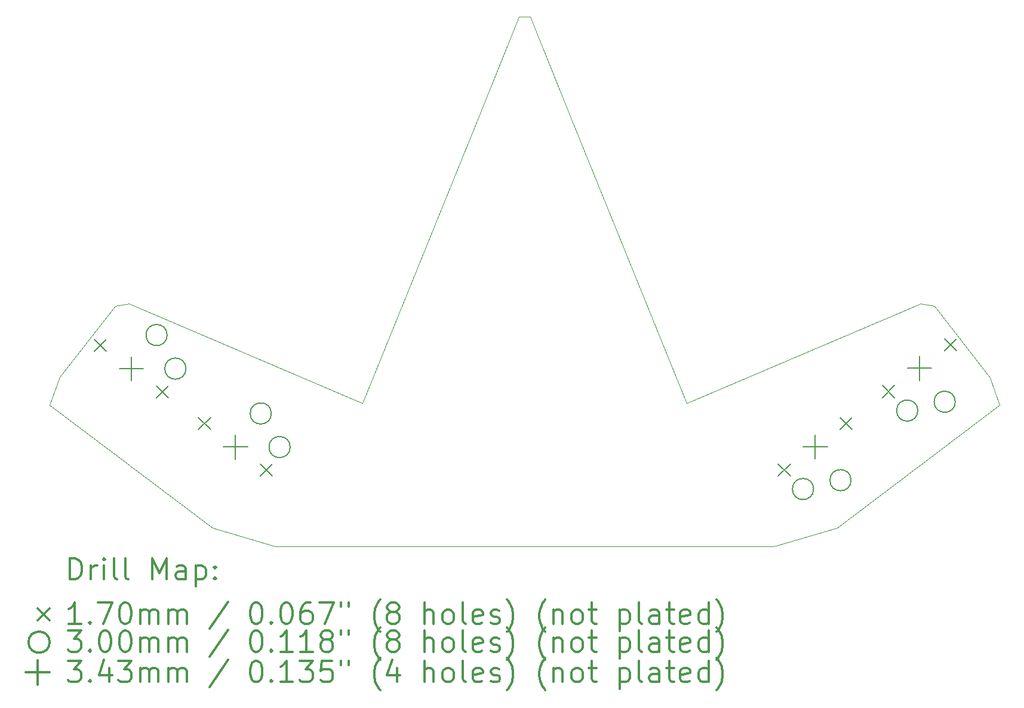
<source format=gbr>
%FSLAX45Y45*%
G04 Gerber Fmt 4.5, Leading zero omitted, Abs format (unit mm)*
G04 Created by KiCad (PCBNEW (5.1.4)-1) date 2023-12-29 13:05:53*
%MOMM*%
%LPD*%
G04 APERTURE LIST*
%ADD10C,0.050000*%
%ADD11C,0.200000*%
%ADD12C,0.300000*%
G04 APERTURE END LIST*
D10*
X19937407Y-1983763D02*
X22243295Y-243223D01*
X8772683Y-241819D02*
X11078571Y-1982360D01*
X19035877Y-2247825D02*
X19937407Y-1983763D01*
X16155876Y3862175D02*
X15585876Y5272175D01*
X11965876Y-2247825D02*
X19035877Y-2247825D01*
X13205876Y-217825D02*
X9895583Y1202721D01*
X17805877Y-217825D02*
X16155876Y3862175D01*
X13205876Y-217825D02*
X14855876Y3862175D01*
X11965876Y-2247825D02*
X11078571Y-1982360D01*
X17805877Y-217825D02*
X21120396Y1201318D01*
X14855876Y3862175D02*
X15425876Y5272175D01*
X15585876Y5272175D02*
X15425876Y5272175D01*
X22104504Y153687D02*
X21319224Y1163010D01*
X9895583Y1202721D02*
X9696755Y1164414D01*
X8911474Y155090D02*
X8772683Y-241819D01*
X22104504Y153687D02*
X22243295Y-243223D01*
X21120396Y1201318D02*
X21319224Y1163010D01*
X8911474Y155090D02*
X9696755Y1164414D01*
D11*
X9403911Y694322D02*
X9574091Y524142D01*
X9574091Y694322D02*
X9403911Y524142D01*
X20579639Y35586D02*
X20749819Y-134594D01*
X20749819Y35586D02*
X20579639Y-134594D01*
X21458138Y697582D02*
X21628318Y527402D01*
X21628318Y697582D02*
X21458138Y527402D01*
X10881387Y-419036D02*
X11051567Y-589216D01*
X11051567Y-419036D02*
X10881387Y-589216D01*
X11759886Y-1081032D02*
X11930066Y-1251212D01*
X11930066Y-1081032D02*
X11759886Y-1251212D01*
X19102164Y-1077772D02*
X19272344Y-1247952D01*
X19272344Y-1077772D02*
X19102164Y-1247952D01*
X19980663Y-415776D02*
X20150843Y-585956D01*
X20150843Y-415776D02*
X19980663Y-585956D01*
X10282410Y32325D02*
X10452590Y-137855D01*
X10452590Y32325D02*
X10282410Y-137855D01*
X11913806Y-359936D02*
G75*
G03X11913806Y-359936I-150000J0D01*
G01*
X12180725Y-836543D02*
G75*
G03X12180725Y-836543I-150000J0D01*
G01*
X19602866Y-1432260D02*
G75*
G03X19602866Y-1432260I-150000J0D01*
G01*
X20134583Y-1307052D02*
G75*
G03X20134583Y-1307052I-150000J0D01*
G01*
X10436331Y753422D02*
G75*
G03X10436331Y753422I-150000J0D01*
G01*
X10703249Y276815D02*
G75*
G03X10703249Y276815I-150000J0D01*
G01*
X21080342Y-318902D02*
G75*
G03X21080342Y-318902I-150000J0D01*
G01*
X21612059Y-193694D02*
G75*
G03X21612059Y-193694I-150000J0D01*
G01*
X9928251Y449684D02*
X9928251Y106784D01*
X9756801Y278234D02*
X10099701Y278234D01*
X21103979Y452944D02*
X21103979Y110044D01*
X20932529Y281494D02*
X21275429Y281494D01*
X11405726Y-663674D02*
X11405726Y-1006574D01*
X11234276Y-835124D02*
X11577176Y-835124D01*
X19626503Y-660414D02*
X19626503Y-1003314D01*
X19455053Y-831864D02*
X19797953Y-831864D01*
D12*
X9056612Y-2716039D02*
X9056612Y-2416039D01*
X9128040Y-2416039D01*
X9170897Y-2430325D01*
X9199469Y-2458896D01*
X9213754Y-2487468D01*
X9228040Y-2544611D01*
X9228040Y-2587468D01*
X9213754Y-2644611D01*
X9199469Y-2673182D01*
X9170897Y-2701754D01*
X9128040Y-2716039D01*
X9056612Y-2716039D01*
X9356612Y-2716039D02*
X9356612Y-2516039D01*
X9356612Y-2573182D02*
X9370897Y-2544611D01*
X9385183Y-2530325D01*
X9413754Y-2516039D01*
X9442326Y-2516039D01*
X9542326Y-2716039D02*
X9542326Y-2516039D01*
X9542326Y-2416039D02*
X9528040Y-2430325D01*
X9542326Y-2444611D01*
X9556612Y-2430325D01*
X9542326Y-2416039D01*
X9542326Y-2444611D01*
X9728040Y-2716039D02*
X9699469Y-2701754D01*
X9685183Y-2673182D01*
X9685183Y-2416039D01*
X9885183Y-2716039D02*
X9856612Y-2701754D01*
X9842326Y-2673182D01*
X9842326Y-2416039D01*
X10228040Y-2716039D02*
X10228040Y-2416039D01*
X10328040Y-2630325D01*
X10428040Y-2416039D01*
X10428040Y-2716039D01*
X10699469Y-2716039D02*
X10699469Y-2558896D01*
X10685183Y-2530325D01*
X10656612Y-2516039D01*
X10599469Y-2516039D01*
X10570897Y-2530325D01*
X10699469Y-2701754D02*
X10670897Y-2716039D01*
X10599469Y-2716039D01*
X10570897Y-2701754D01*
X10556612Y-2673182D01*
X10556612Y-2644611D01*
X10570897Y-2616039D01*
X10599469Y-2601754D01*
X10670897Y-2601754D01*
X10699469Y-2587468D01*
X10842326Y-2516039D02*
X10842326Y-2816039D01*
X10842326Y-2530325D02*
X10870897Y-2516039D01*
X10928040Y-2516039D01*
X10956612Y-2530325D01*
X10970897Y-2544611D01*
X10985183Y-2573182D01*
X10985183Y-2658896D01*
X10970897Y-2687468D01*
X10956612Y-2701754D01*
X10928040Y-2716039D01*
X10870897Y-2716039D01*
X10842326Y-2701754D01*
X11113754Y-2687468D02*
X11128040Y-2701754D01*
X11113754Y-2716039D01*
X11099469Y-2701754D01*
X11113754Y-2687468D01*
X11113754Y-2716039D01*
X11113754Y-2530325D02*
X11128040Y-2544611D01*
X11113754Y-2558896D01*
X11099469Y-2544611D01*
X11113754Y-2530325D01*
X11113754Y-2558896D01*
X8600003Y-3125235D02*
X8770183Y-3295415D01*
X8770183Y-3125235D02*
X8600003Y-3295415D01*
X9213754Y-3346039D02*
X9042326Y-3346039D01*
X9128040Y-3346039D02*
X9128040Y-3046039D01*
X9099469Y-3088896D01*
X9070897Y-3117468D01*
X9042326Y-3131753D01*
X9342326Y-3317468D02*
X9356612Y-3331753D01*
X9342326Y-3346039D01*
X9328040Y-3331753D01*
X9342326Y-3317468D01*
X9342326Y-3346039D01*
X9456612Y-3046039D02*
X9656612Y-3046039D01*
X9528040Y-3346039D01*
X9828040Y-3046039D02*
X9856612Y-3046039D01*
X9885183Y-3060325D01*
X9899469Y-3074611D01*
X9913754Y-3103182D01*
X9928040Y-3160325D01*
X9928040Y-3231753D01*
X9913754Y-3288896D01*
X9899469Y-3317468D01*
X9885183Y-3331753D01*
X9856612Y-3346039D01*
X9828040Y-3346039D01*
X9799469Y-3331753D01*
X9785183Y-3317468D01*
X9770897Y-3288896D01*
X9756612Y-3231753D01*
X9756612Y-3160325D01*
X9770897Y-3103182D01*
X9785183Y-3074611D01*
X9799469Y-3060325D01*
X9828040Y-3046039D01*
X10056612Y-3346039D02*
X10056612Y-3146039D01*
X10056612Y-3174611D02*
X10070897Y-3160325D01*
X10099469Y-3146039D01*
X10142326Y-3146039D01*
X10170897Y-3160325D01*
X10185183Y-3188896D01*
X10185183Y-3346039D01*
X10185183Y-3188896D02*
X10199469Y-3160325D01*
X10228040Y-3146039D01*
X10270897Y-3146039D01*
X10299469Y-3160325D01*
X10313754Y-3188896D01*
X10313754Y-3346039D01*
X10456612Y-3346039D02*
X10456612Y-3146039D01*
X10456612Y-3174611D02*
X10470897Y-3160325D01*
X10499469Y-3146039D01*
X10542326Y-3146039D01*
X10570897Y-3160325D01*
X10585183Y-3188896D01*
X10585183Y-3346039D01*
X10585183Y-3188896D02*
X10599469Y-3160325D01*
X10628040Y-3146039D01*
X10670897Y-3146039D01*
X10699469Y-3160325D01*
X10713754Y-3188896D01*
X10713754Y-3346039D01*
X11299469Y-3031753D02*
X11042326Y-3417468D01*
X11685183Y-3046039D02*
X11713754Y-3046039D01*
X11742326Y-3060325D01*
X11756611Y-3074611D01*
X11770897Y-3103182D01*
X11785183Y-3160325D01*
X11785183Y-3231753D01*
X11770897Y-3288896D01*
X11756611Y-3317468D01*
X11742326Y-3331753D01*
X11713754Y-3346039D01*
X11685183Y-3346039D01*
X11656611Y-3331753D01*
X11642326Y-3317468D01*
X11628040Y-3288896D01*
X11613754Y-3231753D01*
X11613754Y-3160325D01*
X11628040Y-3103182D01*
X11642326Y-3074611D01*
X11656611Y-3060325D01*
X11685183Y-3046039D01*
X11913754Y-3317468D02*
X11928040Y-3331753D01*
X11913754Y-3346039D01*
X11899469Y-3331753D01*
X11913754Y-3317468D01*
X11913754Y-3346039D01*
X12113754Y-3046039D02*
X12142326Y-3046039D01*
X12170897Y-3060325D01*
X12185183Y-3074611D01*
X12199469Y-3103182D01*
X12213754Y-3160325D01*
X12213754Y-3231753D01*
X12199469Y-3288896D01*
X12185183Y-3317468D01*
X12170897Y-3331753D01*
X12142326Y-3346039D01*
X12113754Y-3346039D01*
X12085183Y-3331753D01*
X12070897Y-3317468D01*
X12056611Y-3288896D01*
X12042326Y-3231753D01*
X12042326Y-3160325D01*
X12056611Y-3103182D01*
X12070897Y-3074611D01*
X12085183Y-3060325D01*
X12113754Y-3046039D01*
X12470897Y-3046039D02*
X12413754Y-3046039D01*
X12385183Y-3060325D01*
X12370897Y-3074611D01*
X12342326Y-3117468D01*
X12328040Y-3174611D01*
X12328040Y-3288896D01*
X12342326Y-3317468D01*
X12356611Y-3331753D01*
X12385183Y-3346039D01*
X12442326Y-3346039D01*
X12470897Y-3331753D01*
X12485183Y-3317468D01*
X12499469Y-3288896D01*
X12499469Y-3217468D01*
X12485183Y-3188896D01*
X12470897Y-3174611D01*
X12442326Y-3160325D01*
X12385183Y-3160325D01*
X12356611Y-3174611D01*
X12342326Y-3188896D01*
X12328040Y-3217468D01*
X12599469Y-3046039D02*
X12799469Y-3046039D01*
X12670897Y-3346039D01*
X12899469Y-3046039D02*
X12899469Y-3103182D01*
X13013754Y-3046039D02*
X13013754Y-3103182D01*
X13456611Y-3460325D02*
X13442326Y-3446039D01*
X13413754Y-3403182D01*
X13399469Y-3374611D01*
X13385183Y-3331753D01*
X13370897Y-3260325D01*
X13370897Y-3203182D01*
X13385183Y-3131753D01*
X13399469Y-3088896D01*
X13413754Y-3060325D01*
X13442326Y-3017468D01*
X13456611Y-3003182D01*
X13613754Y-3174611D02*
X13585183Y-3160325D01*
X13570897Y-3146039D01*
X13556611Y-3117468D01*
X13556611Y-3103182D01*
X13570897Y-3074611D01*
X13585183Y-3060325D01*
X13613754Y-3046039D01*
X13670897Y-3046039D01*
X13699469Y-3060325D01*
X13713754Y-3074611D01*
X13728040Y-3103182D01*
X13728040Y-3117468D01*
X13713754Y-3146039D01*
X13699469Y-3160325D01*
X13670897Y-3174611D01*
X13613754Y-3174611D01*
X13585183Y-3188896D01*
X13570897Y-3203182D01*
X13556611Y-3231753D01*
X13556611Y-3288896D01*
X13570897Y-3317468D01*
X13585183Y-3331753D01*
X13613754Y-3346039D01*
X13670897Y-3346039D01*
X13699469Y-3331753D01*
X13713754Y-3317468D01*
X13728040Y-3288896D01*
X13728040Y-3231753D01*
X13713754Y-3203182D01*
X13699469Y-3188896D01*
X13670897Y-3174611D01*
X14085183Y-3346039D02*
X14085183Y-3046039D01*
X14213754Y-3346039D02*
X14213754Y-3188896D01*
X14199469Y-3160325D01*
X14170897Y-3146039D01*
X14128040Y-3146039D01*
X14099469Y-3160325D01*
X14085183Y-3174611D01*
X14399469Y-3346039D02*
X14370897Y-3331753D01*
X14356611Y-3317468D01*
X14342326Y-3288896D01*
X14342326Y-3203182D01*
X14356611Y-3174611D01*
X14370897Y-3160325D01*
X14399469Y-3146039D01*
X14442326Y-3146039D01*
X14470897Y-3160325D01*
X14485183Y-3174611D01*
X14499469Y-3203182D01*
X14499469Y-3288896D01*
X14485183Y-3317468D01*
X14470897Y-3331753D01*
X14442326Y-3346039D01*
X14399469Y-3346039D01*
X14670897Y-3346039D02*
X14642326Y-3331753D01*
X14628040Y-3303182D01*
X14628040Y-3046039D01*
X14899469Y-3331753D02*
X14870897Y-3346039D01*
X14813754Y-3346039D01*
X14785183Y-3331753D01*
X14770897Y-3303182D01*
X14770897Y-3188896D01*
X14785183Y-3160325D01*
X14813754Y-3146039D01*
X14870897Y-3146039D01*
X14899469Y-3160325D01*
X14913754Y-3188896D01*
X14913754Y-3217468D01*
X14770897Y-3246039D01*
X15028040Y-3331753D02*
X15056611Y-3346039D01*
X15113754Y-3346039D01*
X15142326Y-3331753D01*
X15156611Y-3303182D01*
X15156611Y-3288896D01*
X15142326Y-3260325D01*
X15113754Y-3246039D01*
X15070897Y-3246039D01*
X15042326Y-3231753D01*
X15028040Y-3203182D01*
X15028040Y-3188896D01*
X15042326Y-3160325D01*
X15070897Y-3146039D01*
X15113754Y-3146039D01*
X15142326Y-3160325D01*
X15256611Y-3460325D02*
X15270897Y-3446039D01*
X15299469Y-3403182D01*
X15313754Y-3374611D01*
X15328040Y-3331753D01*
X15342326Y-3260325D01*
X15342326Y-3203182D01*
X15328040Y-3131753D01*
X15313754Y-3088896D01*
X15299469Y-3060325D01*
X15270897Y-3017468D01*
X15256611Y-3003182D01*
X15799469Y-3460325D02*
X15785183Y-3446039D01*
X15756611Y-3403182D01*
X15742326Y-3374611D01*
X15728040Y-3331753D01*
X15713754Y-3260325D01*
X15713754Y-3203182D01*
X15728040Y-3131753D01*
X15742326Y-3088896D01*
X15756611Y-3060325D01*
X15785183Y-3017468D01*
X15799469Y-3003182D01*
X15913754Y-3146039D02*
X15913754Y-3346039D01*
X15913754Y-3174611D02*
X15928040Y-3160325D01*
X15956611Y-3146039D01*
X15999469Y-3146039D01*
X16028040Y-3160325D01*
X16042326Y-3188896D01*
X16042326Y-3346039D01*
X16228040Y-3346039D02*
X16199469Y-3331753D01*
X16185183Y-3317468D01*
X16170897Y-3288896D01*
X16170897Y-3203182D01*
X16185183Y-3174611D01*
X16199469Y-3160325D01*
X16228040Y-3146039D01*
X16270897Y-3146039D01*
X16299469Y-3160325D01*
X16313754Y-3174611D01*
X16328040Y-3203182D01*
X16328040Y-3288896D01*
X16313754Y-3317468D01*
X16299469Y-3331753D01*
X16270897Y-3346039D01*
X16228040Y-3346039D01*
X16413754Y-3146039D02*
X16528040Y-3146039D01*
X16456611Y-3046039D02*
X16456611Y-3303182D01*
X16470897Y-3331753D01*
X16499469Y-3346039D01*
X16528040Y-3346039D01*
X16856612Y-3146039D02*
X16856612Y-3446039D01*
X16856612Y-3160325D02*
X16885183Y-3146039D01*
X16942326Y-3146039D01*
X16970897Y-3160325D01*
X16985183Y-3174611D01*
X16999469Y-3203182D01*
X16999469Y-3288896D01*
X16985183Y-3317468D01*
X16970897Y-3331753D01*
X16942326Y-3346039D01*
X16885183Y-3346039D01*
X16856612Y-3331753D01*
X17170897Y-3346039D02*
X17142326Y-3331753D01*
X17128040Y-3303182D01*
X17128040Y-3046039D01*
X17413754Y-3346039D02*
X17413754Y-3188896D01*
X17399469Y-3160325D01*
X17370897Y-3146039D01*
X17313754Y-3146039D01*
X17285183Y-3160325D01*
X17413754Y-3331753D02*
X17385183Y-3346039D01*
X17313754Y-3346039D01*
X17285183Y-3331753D01*
X17270897Y-3303182D01*
X17270897Y-3274611D01*
X17285183Y-3246039D01*
X17313754Y-3231753D01*
X17385183Y-3231753D01*
X17413754Y-3217468D01*
X17513754Y-3146039D02*
X17628040Y-3146039D01*
X17556612Y-3046039D02*
X17556612Y-3303182D01*
X17570897Y-3331753D01*
X17599469Y-3346039D01*
X17628040Y-3346039D01*
X17842326Y-3331753D02*
X17813754Y-3346039D01*
X17756612Y-3346039D01*
X17728040Y-3331753D01*
X17713754Y-3303182D01*
X17713754Y-3188896D01*
X17728040Y-3160325D01*
X17756612Y-3146039D01*
X17813754Y-3146039D01*
X17842326Y-3160325D01*
X17856612Y-3188896D01*
X17856612Y-3217468D01*
X17713754Y-3246039D01*
X18113754Y-3346039D02*
X18113754Y-3046039D01*
X18113754Y-3331753D02*
X18085183Y-3346039D01*
X18028040Y-3346039D01*
X17999469Y-3331753D01*
X17985183Y-3317468D01*
X17970897Y-3288896D01*
X17970897Y-3203182D01*
X17985183Y-3174611D01*
X17999469Y-3160325D01*
X18028040Y-3146039D01*
X18085183Y-3146039D01*
X18113754Y-3160325D01*
X18228040Y-3460325D02*
X18242326Y-3446039D01*
X18270897Y-3403182D01*
X18285183Y-3374611D01*
X18299469Y-3331753D01*
X18313754Y-3260325D01*
X18313754Y-3203182D01*
X18299469Y-3131753D01*
X18285183Y-3088896D01*
X18270897Y-3060325D01*
X18242326Y-3017468D01*
X18228040Y-3003182D01*
X8770183Y-3606325D02*
G75*
G03X8770183Y-3606325I-150000J0D01*
G01*
X9028040Y-3442039D02*
X9213754Y-3442039D01*
X9113754Y-3556325D01*
X9156612Y-3556325D01*
X9185183Y-3570611D01*
X9199469Y-3584896D01*
X9213754Y-3613468D01*
X9213754Y-3684896D01*
X9199469Y-3713468D01*
X9185183Y-3727753D01*
X9156612Y-3742039D01*
X9070897Y-3742039D01*
X9042326Y-3727753D01*
X9028040Y-3713468D01*
X9342326Y-3713468D02*
X9356612Y-3727753D01*
X9342326Y-3742039D01*
X9328040Y-3727753D01*
X9342326Y-3713468D01*
X9342326Y-3742039D01*
X9542326Y-3442039D02*
X9570897Y-3442039D01*
X9599469Y-3456325D01*
X9613754Y-3470611D01*
X9628040Y-3499182D01*
X9642326Y-3556325D01*
X9642326Y-3627753D01*
X9628040Y-3684896D01*
X9613754Y-3713468D01*
X9599469Y-3727753D01*
X9570897Y-3742039D01*
X9542326Y-3742039D01*
X9513754Y-3727753D01*
X9499469Y-3713468D01*
X9485183Y-3684896D01*
X9470897Y-3627753D01*
X9470897Y-3556325D01*
X9485183Y-3499182D01*
X9499469Y-3470611D01*
X9513754Y-3456325D01*
X9542326Y-3442039D01*
X9828040Y-3442039D02*
X9856612Y-3442039D01*
X9885183Y-3456325D01*
X9899469Y-3470611D01*
X9913754Y-3499182D01*
X9928040Y-3556325D01*
X9928040Y-3627753D01*
X9913754Y-3684896D01*
X9899469Y-3713468D01*
X9885183Y-3727753D01*
X9856612Y-3742039D01*
X9828040Y-3742039D01*
X9799469Y-3727753D01*
X9785183Y-3713468D01*
X9770897Y-3684896D01*
X9756612Y-3627753D01*
X9756612Y-3556325D01*
X9770897Y-3499182D01*
X9785183Y-3470611D01*
X9799469Y-3456325D01*
X9828040Y-3442039D01*
X10056612Y-3742039D02*
X10056612Y-3542039D01*
X10056612Y-3570611D02*
X10070897Y-3556325D01*
X10099469Y-3542039D01*
X10142326Y-3542039D01*
X10170897Y-3556325D01*
X10185183Y-3584896D01*
X10185183Y-3742039D01*
X10185183Y-3584896D02*
X10199469Y-3556325D01*
X10228040Y-3542039D01*
X10270897Y-3542039D01*
X10299469Y-3556325D01*
X10313754Y-3584896D01*
X10313754Y-3742039D01*
X10456612Y-3742039D02*
X10456612Y-3542039D01*
X10456612Y-3570611D02*
X10470897Y-3556325D01*
X10499469Y-3542039D01*
X10542326Y-3542039D01*
X10570897Y-3556325D01*
X10585183Y-3584896D01*
X10585183Y-3742039D01*
X10585183Y-3584896D02*
X10599469Y-3556325D01*
X10628040Y-3542039D01*
X10670897Y-3542039D01*
X10699469Y-3556325D01*
X10713754Y-3584896D01*
X10713754Y-3742039D01*
X11299469Y-3427753D02*
X11042326Y-3813468D01*
X11685183Y-3442039D02*
X11713754Y-3442039D01*
X11742326Y-3456325D01*
X11756611Y-3470611D01*
X11770897Y-3499182D01*
X11785183Y-3556325D01*
X11785183Y-3627753D01*
X11770897Y-3684896D01*
X11756611Y-3713468D01*
X11742326Y-3727753D01*
X11713754Y-3742039D01*
X11685183Y-3742039D01*
X11656611Y-3727753D01*
X11642326Y-3713468D01*
X11628040Y-3684896D01*
X11613754Y-3627753D01*
X11613754Y-3556325D01*
X11628040Y-3499182D01*
X11642326Y-3470611D01*
X11656611Y-3456325D01*
X11685183Y-3442039D01*
X11913754Y-3713468D02*
X11928040Y-3727753D01*
X11913754Y-3742039D01*
X11899469Y-3727753D01*
X11913754Y-3713468D01*
X11913754Y-3742039D01*
X12213754Y-3742039D02*
X12042326Y-3742039D01*
X12128040Y-3742039D02*
X12128040Y-3442039D01*
X12099469Y-3484896D01*
X12070897Y-3513468D01*
X12042326Y-3527753D01*
X12499469Y-3742039D02*
X12328040Y-3742039D01*
X12413754Y-3742039D02*
X12413754Y-3442039D01*
X12385183Y-3484896D01*
X12356611Y-3513468D01*
X12328040Y-3527753D01*
X12670897Y-3570611D02*
X12642326Y-3556325D01*
X12628040Y-3542039D01*
X12613754Y-3513468D01*
X12613754Y-3499182D01*
X12628040Y-3470611D01*
X12642326Y-3456325D01*
X12670897Y-3442039D01*
X12728040Y-3442039D01*
X12756611Y-3456325D01*
X12770897Y-3470611D01*
X12785183Y-3499182D01*
X12785183Y-3513468D01*
X12770897Y-3542039D01*
X12756611Y-3556325D01*
X12728040Y-3570611D01*
X12670897Y-3570611D01*
X12642326Y-3584896D01*
X12628040Y-3599182D01*
X12613754Y-3627753D01*
X12613754Y-3684896D01*
X12628040Y-3713468D01*
X12642326Y-3727753D01*
X12670897Y-3742039D01*
X12728040Y-3742039D01*
X12756611Y-3727753D01*
X12770897Y-3713468D01*
X12785183Y-3684896D01*
X12785183Y-3627753D01*
X12770897Y-3599182D01*
X12756611Y-3584896D01*
X12728040Y-3570611D01*
X12899469Y-3442039D02*
X12899469Y-3499182D01*
X13013754Y-3442039D02*
X13013754Y-3499182D01*
X13456611Y-3856325D02*
X13442326Y-3842039D01*
X13413754Y-3799182D01*
X13399469Y-3770611D01*
X13385183Y-3727753D01*
X13370897Y-3656325D01*
X13370897Y-3599182D01*
X13385183Y-3527753D01*
X13399469Y-3484896D01*
X13413754Y-3456325D01*
X13442326Y-3413468D01*
X13456611Y-3399182D01*
X13613754Y-3570611D02*
X13585183Y-3556325D01*
X13570897Y-3542039D01*
X13556611Y-3513468D01*
X13556611Y-3499182D01*
X13570897Y-3470611D01*
X13585183Y-3456325D01*
X13613754Y-3442039D01*
X13670897Y-3442039D01*
X13699469Y-3456325D01*
X13713754Y-3470611D01*
X13728040Y-3499182D01*
X13728040Y-3513468D01*
X13713754Y-3542039D01*
X13699469Y-3556325D01*
X13670897Y-3570611D01*
X13613754Y-3570611D01*
X13585183Y-3584896D01*
X13570897Y-3599182D01*
X13556611Y-3627753D01*
X13556611Y-3684896D01*
X13570897Y-3713468D01*
X13585183Y-3727753D01*
X13613754Y-3742039D01*
X13670897Y-3742039D01*
X13699469Y-3727753D01*
X13713754Y-3713468D01*
X13728040Y-3684896D01*
X13728040Y-3627753D01*
X13713754Y-3599182D01*
X13699469Y-3584896D01*
X13670897Y-3570611D01*
X14085183Y-3742039D02*
X14085183Y-3442039D01*
X14213754Y-3742039D02*
X14213754Y-3584896D01*
X14199469Y-3556325D01*
X14170897Y-3542039D01*
X14128040Y-3542039D01*
X14099469Y-3556325D01*
X14085183Y-3570611D01*
X14399469Y-3742039D02*
X14370897Y-3727753D01*
X14356611Y-3713468D01*
X14342326Y-3684896D01*
X14342326Y-3599182D01*
X14356611Y-3570611D01*
X14370897Y-3556325D01*
X14399469Y-3542039D01*
X14442326Y-3542039D01*
X14470897Y-3556325D01*
X14485183Y-3570611D01*
X14499469Y-3599182D01*
X14499469Y-3684896D01*
X14485183Y-3713468D01*
X14470897Y-3727753D01*
X14442326Y-3742039D01*
X14399469Y-3742039D01*
X14670897Y-3742039D02*
X14642326Y-3727753D01*
X14628040Y-3699182D01*
X14628040Y-3442039D01*
X14899469Y-3727753D02*
X14870897Y-3742039D01*
X14813754Y-3742039D01*
X14785183Y-3727753D01*
X14770897Y-3699182D01*
X14770897Y-3584896D01*
X14785183Y-3556325D01*
X14813754Y-3542039D01*
X14870897Y-3542039D01*
X14899469Y-3556325D01*
X14913754Y-3584896D01*
X14913754Y-3613468D01*
X14770897Y-3642039D01*
X15028040Y-3727753D02*
X15056611Y-3742039D01*
X15113754Y-3742039D01*
X15142326Y-3727753D01*
X15156611Y-3699182D01*
X15156611Y-3684896D01*
X15142326Y-3656325D01*
X15113754Y-3642039D01*
X15070897Y-3642039D01*
X15042326Y-3627753D01*
X15028040Y-3599182D01*
X15028040Y-3584896D01*
X15042326Y-3556325D01*
X15070897Y-3542039D01*
X15113754Y-3542039D01*
X15142326Y-3556325D01*
X15256611Y-3856325D02*
X15270897Y-3842039D01*
X15299469Y-3799182D01*
X15313754Y-3770611D01*
X15328040Y-3727753D01*
X15342326Y-3656325D01*
X15342326Y-3599182D01*
X15328040Y-3527753D01*
X15313754Y-3484896D01*
X15299469Y-3456325D01*
X15270897Y-3413468D01*
X15256611Y-3399182D01*
X15799469Y-3856325D02*
X15785183Y-3842039D01*
X15756611Y-3799182D01*
X15742326Y-3770611D01*
X15728040Y-3727753D01*
X15713754Y-3656325D01*
X15713754Y-3599182D01*
X15728040Y-3527753D01*
X15742326Y-3484896D01*
X15756611Y-3456325D01*
X15785183Y-3413468D01*
X15799469Y-3399182D01*
X15913754Y-3542039D02*
X15913754Y-3742039D01*
X15913754Y-3570611D02*
X15928040Y-3556325D01*
X15956611Y-3542039D01*
X15999469Y-3542039D01*
X16028040Y-3556325D01*
X16042326Y-3584896D01*
X16042326Y-3742039D01*
X16228040Y-3742039D02*
X16199469Y-3727753D01*
X16185183Y-3713468D01*
X16170897Y-3684896D01*
X16170897Y-3599182D01*
X16185183Y-3570611D01*
X16199469Y-3556325D01*
X16228040Y-3542039D01*
X16270897Y-3542039D01*
X16299469Y-3556325D01*
X16313754Y-3570611D01*
X16328040Y-3599182D01*
X16328040Y-3684896D01*
X16313754Y-3713468D01*
X16299469Y-3727753D01*
X16270897Y-3742039D01*
X16228040Y-3742039D01*
X16413754Y-3542039D02*
X16528040Y-3542039D01*
X16456611Y-3442039D02*
X16456611Y-3699182D01*
X16470897Y-3727753D01*
X16499469Y-3742039D01*
X16528040Y-3742039D01*
X16856612Y-3542039D02*
X16856612Y-3842039D01*
X16856612Y-3556325D02*
X16885183Y-3542039D01*
X16942326Y-3542039D01*
X16970897Y-3556325D01*
X16985183Y-3570611D01*
X16999469Y-3599182D01*
X16999469Y-3684896D01*
X16985183Y-3713468D01*
X16970897Y-3727753D01*
X16942326Y-3742039D01*
X16885183Y-3742039D01*
X16856612Y-3727753D01*
X17170897Y-3742039D02*
X17142326Y-3727753D01*
X17128040Y-3699182D01*
X17128040Y-3442039D01*
X17413754Y-3742039D02*
X17413754Y-3584896D01*
X17399469Y-3556325D01*
X17370897Y-3542039D01*
X17313754Y-3542039D01*
X17285183Y-3556325D01*
X17413754Y-3727753D02*
X17385183Y-3742039D01*
X17313754Y-3742039D01*
X17285183Y-3727753D01*
X17270897Y-3699182D01*
X17270897Y-3670611D01*
X17285183Y-3642039D01*
X17313754Y-3627753D01*
X17385183Y-3627753D01*
X17413754Y-3613468D01*
X17513754Y-3542039D02*
X17628040Y-3542039D01*
X17556612Y-3442039D02*
X17556612Y-3699182D01*
X17570897Y-3727753D01*
X17599469Y-3742039D01*
X17628040Y-3742039D01*
X17842326Y-3727753D02*
X17813754Y-3742039D01*
X17756612Y-3742039D01*
X17728040Y-3727753D01*
X17713754Y-3699182D01*
X17713754Y-3584896D01*
X17728040Y-3556325D01*
X17756612Y-3542039D01*
X17813754Y-3542039D01*
X17842326Y-3556325D01*
X17856612Y-3584896D01*
X17856612Y-3613468D01*
X17713754Y-3642039D01*
X18113754Y-3742039D02*
X18113754Y-3442039D01*
X18113754Y-3727753D02*
X18085183Y-3742039D01*
X18028040Y-3742039D01*
X17999469Y-3727753D01*
X17985183Y-3713468D01*
X17970897Y-3684896D01*
X17970897Y-3599182D01*
X17985183Y-3570611D01*
X17999469Y-3556325D01*
X18028040Y-3542039D01*
X18085183Y-3542039D01*
X18113754Y-3556325D01*
X18228040Y-3856325D02*
X18242326Y-3842039D01*
X18270897Y-3799182D01*
X18285183Y-3770611D01*
X18299469Y-3727753D01*
X18313754Y-3656325D01*
X18313754Y-3599182D01*
X18299469Y-3527753D01*
X18285183Y-3484896D01*
X18270897Y-3456325D01*
X18242326Y-3413468D01*
X18228040Y-3399182D01*
X8598733Y-3864875D02*
X8598733Y-4207775D01*
X8427283Y-4036325D02*
X8770183Y-4036325D01*
X9028040Y-3872039D02*
X9213754Y-3872039D01*
X9113754Y-3986325D01*
X9156612Y-3986325D01*
X9185183Y-4000611D01*
X9199469Y-4014896D01*
X9213754Y-4043468D01*
X9213754Y-4114896D01*
X9199469Y-4143468D01*
X9185183Y-4157753D01*
X9156612Y-4172039D01*
X9070897Y-4172039D01*
X9042326Y-4157753D01*
X9028040Y-4143468D01*
X9342326Y-4143468D02*
X9356612Y-4157753D01*
X9342326Y-4172039D01*
X9328040Y-4157753D01*
X9342326Y-4143468D01*
X9342326Y-4172039D01*
X9613754Y-3972039D02*
X9613754Y-4172039D01*
X9542326Y-3857753D02*
X9470897Y-4072039D01*
X9656612Y-4072039D01*
X9742326Y-3872039D02*
X9928040Y-3872039D01*
X9828040Y-3986325D01*
X9870897Y-3986325D01*
X9899469Y-4000611D01*
X9913754Y-4014896D01*
X9928040Y-4043468D01*
X9928040Y-4114896D01*
X9913754Y-4143468D01*
X9899469Y-4157753D01*
X9870897Y-4172039D01*
X9785183Y-4172039D01*
X9756612Y-4157753D01*
X9742326Y-4143468D01*
X10056612Y-4172039D02*
X10056612Y-3972039D01*
X10056612Y-4000611D02*
X10070897Y-3986325D01*
X10099469Y-3972039D01*
X10142326Y-3972039D01*
X10170897Y-3986325D01*
X10185183Y-4014896D01*
X10185183Y-4172039D01*
X10185183Y-4014896D02*
X10199469Y-3986325D01*
X10228040Y-3972039D01*
X10270897Y-3972039D01*
X10299469Y-3986325D01*
X10313754Y-4014896D01*
X10313754Y-4172039D01*
X10456612Y-4172039D02*
X10456612Y-3972039D01*
X10456612Y-4000611D02*
X10470897Y-3986325D01*
X10499469Y-3972039D01*
X10542326Y-3972039D01*
X10570897Y-3986325D01*
X10585183Y-4014896D01*
X10585183Y-4172039D01*
X10585183Y-4014896D02*
X10599469Y-3986325D01*
X10628040Y-3972039D01*
X10670897Y-3972039D01*
X10699469Y-3986325D01*
X10713754Y-4014896D01*
X10713754Y-4172039D01*
X11299469Y-3857753D02*
X11042326Y-4243468D01*
X11685183Y-3872039D02*
X11713754Y-3872039D01*
X11742326Y-3886325D01*
X11756611Y-3900611D01*
X11770897Y-3929182D01*
X11785183Y-3986325D01*
X11785183Y-4057753D01*
X11770897Y-4114896D01*
X11756611Y-4143468D01*
X11742326Y-4157753D01*
X11713754Y-4172039D01*
X11685183Y-4172039D01*
X11656611Y-4157753D01*
X11642326Y-4143468D01*
X11628040Y-4114896D01*
X11613754Y-4057753D01*
X11613754Y-3986325D01*
X11628040Y-3929182D01*
X11642326Y-3900611D01*
X11656611Y-3886325D01*
X11685183Y-3872039D01*
X11913754Y-4143468D02*
X11928040Y-4157753D01*
X11913754Y-4172039D01*
X11899469Y-4157753D01*
X11913754Y-4143468D01*
X11913754Y-4172039D01*
X12213754Y-4172039D02*
X12042326Y-4172039D01*
X12128040Y-4172039D02*
X12128040Y-3872039D01*
X12099469Y-3914896D01*
X12070897Y-3943468D01*
X12042326Y-3957753D01*
X12313754Y-3872039D02*
X12499469Y-3872039D01*
X12399469Y-3986325D01*
X12442326Y-3986325D01*
X12470897Y-4000611D01*
X12485183Y-4014896D01*
X12499469Y-4043468D01*
X12499469Y-4114896D01*
X12485183Y-4143468D01*
X12470897Y-4157753D01*
X12442326Y-4172039D01*
X12356611Y-4172039D01*
X12328040Y-4157753D01*
X12313754Y-4143468D01*
X12770897Y-3872039D02*
X12628040Y-3872039D01*
X12613754Y-4014896D01*
X12628040Y-4000611D01*
X12656611Y-3986325D01*
X12728040Y-3986325D01*
X12756611Y-4000611D01*
X12770897Y-4014896D01*
X12785183Y-4043468D01*
X12785183Y-4114896D01*
X12770897Y-4143468D01*
X12756611Y-4157753D01*
X12728040Y-4172039D01*
X12656611Y-4172039D01*
X12628040Y-4157753D01*
X12613754Y-4143468D01*
X12899469Y-3872039D02*
X12899469Y-3929182D01*
X13013754Y-3872039D02*
X13013754Y-3929182D01*
X13456611Y-4286325D02*
X13442326Y-4272039D01*
X13413754Y-4229182D01*
X13399469Y-4200611D01*
X13385183Y-4157753D01*
X13370897Y-4086325D01*
X13370897Y-4029182D01*
X13385183Y-3957753D01*
X13399469Y-3914896D01*
X13413754Y-3886325D01*
X13442326Y-3843468D01*
X13456611Y-3829182D01*
X13699469Y-3972039D02*
X13699469Y-4172039D01*
X13628040Y-3857753D02*
X13556611Y-4072039D01*
X13742326Y-4072039D01*
X14085183Y-4172039D02*
X14085183Y-3872039D01*
X14213754Y-4172039D02*
X14213754Y-4014896D01*
X14199469Y-3986325D01*
X14170897Y-3972039D01*
X14128040Y-3972039D01*
X14099469Y-3986325D01*
X14085183Y-4000611D01*
X14399469Y-4172039D02*
X14370897Y-4157753D01*
X14356611Y-4143468D01*
X14342326Y-4114896D01*
X14342326Y-4029182D01*
X14356611Y-4000611D01*
X14370897Y-3986325D01*
X14399469Y-3972039D01*
X14442326Y-3972039D01*
X14470897Y-3986325D01*
X14485183Y-4000611D01*
X14499469Y-4029182D01*
X14499469Y-4114896D01*
X14485183Y-4143468D01*
X14470897Y-4157753D01*
X14442326Y-4172039D01*
X14399469Y-4172039D01*
X14670897Y-4172039D02*
X14642326Y-4157753D01*
X14628040Y-4129182D01*
X14628040Y-3872039D01*
X14899469Y-4157753D02*
X14870897Y-4172039D01*
X14813754Y-4172039D01*
X14785183Y-4157753D01*
X14770897Y-4129182D01*
X14770897Y-4014896D01*
X14785183Y-3986325D01*
X14813754Y-3972039D01*
X14870897Y-3972039D01*
X14899469Y-3986325D01*
X14913754Y-4014896D01*
X14913754Y-4043468D01*
X14770897Y-4072039D01*
X15028040Y-4157753D02*
X15056611Y-4172039D01*
X15113754Y-4172039D01*
X15142326Y-4157753D01*
X15156611Y-4129182D01*
X15156611Y-4114896D01*
X15142326Y-4086325D01*
X15113754Y-4072039D01*
X15070897Y-4072039D01*
X15042326Y-4057753D01*
X15028040Y-4029182D01*
X15028040Y-4014896D01*
X15042326Y-3986325D01*
X15070897Y-3972039D01*
X15113754Y-3972039D01*
X15142326Y-3986325D01*
X15256611Y-4286325D02*
X15270897Y-4272039D01*
X15299469Y-4229182D01*
X15313754Y-4200611D01*
X15328040Y-4157753D01*
X15342326Y-4086325D01*
X15342326Y-4029182D01*
X15328040Y-3957753D01*
X15313754Y-3914896D01*
X15299469Y-3886325D01*
X15270897Y-3843468D01*
X15256611Y-3829182D01*
X15799469Y-4286325D02*
X15785183Y-4272039D01*
X15756611Y-4229182D01*
X15742326Y-4200611D01*
X15728040Y-4157753D01*
X15713754Y-4086325D01*
X15713754Y-4029182D01*
X15728040Y-3957753D01*
X15742326Y-3914896D01*
X15756611Y-3886325D01*
X15785183Y-3843468D01*
X15799469Y-3829182D01*
X15913754Y-3972039D02*
X15913754Y-4172039D01*
X15913754Y-4000611D02*
X15928040Y-3986325D01*
X15956611Y-3972039D01*
X15999469Y-3972039D01*
X16028040Y-3986325D01*
X16042326Y-4014896D01*
X16042326Y-4172039D01*
X16228040Y-4172039D02*
X16199469Y-4157753D01*
X16185183Y-4143468D01*
X16170897Y-4114896D01*
X16170897Y-4029182D01*
X16185183Y-4000611D01*
X16199469Y-3986325D01*
X16228040Y-3972039D01*
X16270897Y-3972039D01*
X16299469Y-3986325D01*
X16313754Y-4000611D01*
X16328040Y-4029182D01*
X16328040Y-4114896D01*
X16313754Y-4143468D01*
X16299469Y-4157753D01*
X16270897Y-4172039D01*
X16228040Y-4172039D01*
X16413754Y-3972039D02*
X16528040Y-3972039D01*
X16456611Y-3872039D02*
X16456611Y-4129182D01*
X16470897Y-4157753D01*
X16499469Y-4172039D01*
X16528040Y-4172039D01*
X16856612Y-3972039D02*
X16856612Y-4272039D01*
X16856612Y-3986325D02*
X16885183Y-3972039D01*
X16942326Y-3972039D01*
X16970897Y-3986325D01*
X16985183Y-4000611D01*
X16999469Y-4029182D01*
X16999469Y-4114896D01*
X16985183Y-4143468D01*
X16970897Y-4157753D01*
X16942326Y-4172039D01*
X16885183Y-4172039D01*
X16856612Y-4157753D01*
X17170897Y-4172039D02*
X17142326Y-4157753D01*
X17128040Y-4129182D01*
X17128040Y-3872039D01*
X17413754Y-4172039D02*
X17413754Y-4014896D01*
X17399469Y-3986325D01*
X17370897Y-3972039D01*
X17313754Y-3972039D01*
X17285183Y-3986325D01*
X17413754Y-4157753D02*
X17385183Y-4172039D01*
X17313754Y-4172039D01*
X17285183Y-4157753D01*
X17270897Y-4129182D01*
X17270897Y-4100611D01*
X17285183Y-4072039D01*
X17313754Y-4057753D01*
X17385183Y-4057753D01*
X17413754Y-4043468D01*
X17513754Y-3972039D02*
X17628040Y-3972039D01*
X17556612Y-3872039D02*
X17556612Y-4129182D01*
X17570897Y-4157753D01*
X17599469Y-4172039D01*
X17628040Y-4172039D01*
X17842326Y-4157753D02*
X17813754Y-4172039D01*
X17756612Y-4172039D01*
X17728040Y-4157753D01*
X17713754Y-4129182D01*
X17713754Y-4014896D01*
X17728040Y-3986325D01*
X17756612Y-3972039D01*
X17813754Y-3972039D01*
X17842326Y-3986325D01*
X17856612Y-4014896D01*
X17856612Y-4043468D01*
X17713754Y-4072039D01*
X18113754Y-4172039D02*
X18113754Y-3872039D01*
X18113754Y-4157753D02*
X18085183Y-4172039D01*
X18028040Y-4172039D01*
X17999469Y-4157753D01*
X17985183Y-4143468D01*
X17970897Y-4114896D01*
X17970897Y-4029182D01*
X17985183Y-4000611D01*
X17999469Y-3986325D01*
X18028040Y-3972039D01*
X18085183Y-3972039D01*
X18113754Y-3986325D01*
X18228040Y-4286325D02*
X18242326Y-4272039D01*
X18270897Y-4229182D01*
X18285183Y-4200611D01*
X18299469Y-4157753D01*
X18313754Y-4086325D01*
X18313754Y-4029182D01*
X18299469Y-3957753D01*
X18285183Y-3914896D01*
X18270897Y-3886325D01*
X18242326Y-3843468D01*
X18228040Y-3829182D01*
M02*

</source>
